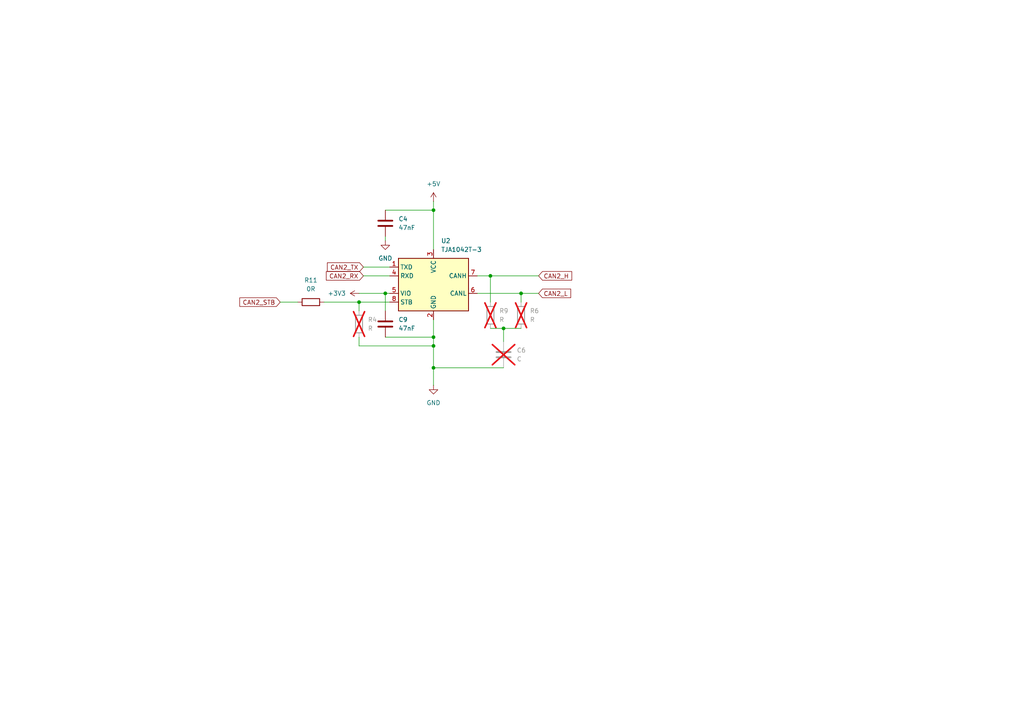
<source format=kicad_sch>
(kicad_sch (version 20231120) (generator "eeschema") (generator_version "8.0")
  (paper "A4")
  (lib_symbols
    (symbol "Device:C" (pin_numbers hide) (pin_names (offset 0.254))
      (property "Reference" "C" (at 0.635 2.54 0))
      (property "Value" "C" (at 0.635 -2.54 0))
      (symbol "C_0_1"
        (polyline (pts (xy -2.032 -0.762) (xy 2.032 -0.762)) (stroke (width 0.508)))
        (polyline (pts (xy -2.032 0.762) (xy 2.032 0.762)) (stroke (width 0.508)))
      )
      (symbol "C_1_1"
        (pin passive line (at 0 3.81 270) (length 2.794) (name "~") (number "1"))
        (pin passive line (at 0 -3.81 90) (length 2.794) (name "~") (number "2"))
      )
    )
    (symbol "Device:R" (pin_numbers hide) (pin_names (offset 0))
      (property "Reference" "R" (at 2.032 0 90))
      (property "Value" "R" (at 0 0 90))
      (symbol "R_0_1"
        (rectangle (start -1.016 -2.54) (end 1.016 2.54) (stroke (width 0.254)))
      )
      (symbol "R_1_1"
        (pin passive line (at 0 3.81 270) (length 1.27) (name "~") (number "1"))
        (pin passive line (at 0 -3.81 90) (length 1.27) (name "~") (number "2"))
      )
    )
    (symbol "Interface_CAN_LIN:TJA1042T-3"
      (property "Reference" "U" (at -10.16 8.89 0))
      (property "Value" "TJA1042T-3" (at 1.27 8.89 0))
      (symbol "TJA1042T-3_0_1"
        (rectangle (start -10.16 7.62) (end 10.16 -7.62) (stroke (width 0.254)) (fill (type background)))
      )
      (symbol "TJA1042T-3_1_1"
        (pin input line (at -12.7 5.08 0) (length 2.54) (name "TXD") (number "1"))
        (pin power_in line (at 0 -10.16 90) (length 2.54) (name "GND") (number "2"))
        (pin power_in line (at 0 10.16 270) (length 2.54) (name "VCC") (number "3"))
        (pin output line (at -12.7 2.54 0) (length 2.54) (name "RXD") (number "4"))
        (pin power_in line (at -12.7 -2.54 0) (length 2.54) (name "VIO") (number "5"))
        (pin bidirectional line (at 12.7 -2.54 180) (length 2.54) (name "CANL") (number "6"))
        (pin bidirectional line (at 12.7 2.54 180) (length 2.54) (name "CANH") (number "7"))
        (pin input line (at -12.7 -5.08 0) (length 2.54) (name "STB") (number "8"))
      )
    )
    (symbol "power:+3V3" (power) (pin_numbers hide) (pin_names (offset 0) hide)
      (property "Value" "+3V3" (at 0 3.556 0))
      (symbol "+3V3_0_1"
        (polyline (pts (xy -0.762 1.27) (xy 0 2.54)))
        (polyline (pts (xy 0 0) (xy 0 2.54)))
        (polyline (pts (xy 0 2.54) (xy 0.762 1.27)))
      )
      (symbol "+3V3_1_1"
        (pin power_in line (at 0 0 90) (length 0) (name "~") (number "1"))
      )
    )
    (symbol "power:+5V" (power) (pin_numbers hide) (pin_names (offset 0) hide)
      (property "Value" "+5V" (at 0 3.556 0))
      (symbol "+5V_0_1"
        (polyline (pts (xy -0.762 1.27) (xy 0 2.54)))
        (polyline (pts (xy 0 0) (xy 0 2.54)))
        (polyline (pts (xy 0 2.54) (xy 0.762 1.27)))
      )
      (symbol "+5V_1_1"
        (pin power_in line (at 0 0 90) (length 0) (name "~") (number "1"))
      )
    )
    (symbol "power:GND" (power) (pin_numbers hide) (pin_names (offset 0) hide)
      (property "Value" "GND" (at 0 -3.81 0))
      (symbol "GND_0_1"
        (polyline (pts (xy 0 0) (xy 0 -1.27) (xy 1.27 -1.27) (xy 0 -2.54) (xy -1.27 -1.27) (xy 0 -1.27)))
      )
      (symbol "GND_1_1"
        (pin power_in line (at 0 0 270) (length 0) (name "~") (number "1"))
      )
    )
  )
  (junction (at 125.73 60.96))
  (junction (at 104.14 87.63))
  (junction (at 125.73 106.68))
  (junction (at 151.13 85.09))
  (junction (at 125.73 100.33))
  (junction (at 142.24 80.01))
  (junction (at 111.76 85.09))
  (junction (at 125.73 97.79))
  (junction (at 146.05 95.25))
  (wire (pts (xy 111.76 85.09) (xy 111.76 90.17)))
  (wire (pts (xy 138.43 85.09) (xy 151.13 85.09)))
  (wire (pts (xy 111.76 85.09) (xy 113.03 85.09)))
  (wire (pts (xy 125.73 92.71) (xy 125.73 97.79)))
  (wire (pts (xy 125.73 97.79) (xy 125.73 100.33)))
  (wire (pts (xy 138.43 80.01) (xy 142.24 80.01)))
  (wire (pts (xy 142.24 95.25) (xy 146.05 95.25)))
  (wire (pts (xy 125.73 106.68) (xy 125.73 111.76)))
  (wire (pts (xy 104.14 87.63) (xy 104.14 90.17)))
  (wire (pts (xy 105.41 80.01) (xy 113.03 80.01)))
  (wire (pts (xy 151.13 85.09) (xy 151.13 87.63)))
  (wire (pts (xy 81.28 87.63) (xy 86.36 87.63)))
  (wire (pts (xy 111.76 60.96) (xy 125.73 60.96)))
  (wire (pts (xy 111.76 97.79) (xy 125.73 97.79)))
  (wire (pts (xy 111.76 68.58) (xy 111.76 69.85)))
  (wire (pts (xy 104.14 87.63) (xy 113.03 87.63)))
  (wire (pts (xy 146.05 95.25) (xy 151.13 95.25)))
  (wire (pts (xy 93.98 87.63) (xy 104.14 87.63)))
  (wire (pts (xy 146.05 95.25) (xy 146.05 99.06)))
  (wire (pts (xy 125.73 106.68) (xy 146.05 106.68)))
  (wire (pts (xy 105.41 77.47) (xy 113.03 77.47)))
  (wire (pts (xy 142.24 80.01) (xy 142.24 87.63)))
  (wire (pts (xy 104.14 85.09) (xy 111.76 85.09)))
  (wire (pts (xy 125.73 100.33) (xy 125.73 106.68)))
  (wire (pts (xy 142.24 80.01) (xy 156.21 80.01)))
  (wire (pts (xy 125.73 58.42) (xy 125.73 60.96)))
  (wire (pts (xy 104.14 100.33) (xy 125.73 100.33)))
  (wire (pts (xy 125.73 60.96) (xy 125.73 72.39)))
  (wire (pts (xy 104.14 97.79) (xy 104.14 100.33)))
  (wire (pts (xy 151.13 85.09) (xy 156.21 85.09)))
  (global_label "CAN2_TX" (shape input) (at 105.41 77.47 180) (property "Intersheetrefs" "${INTERSHEET_REFS}" (effects (hide yes))))
  (global_label "CAN2_RX" (shape input) (at 105.41 80.01 180) (property "Intersheetrefs" "${INTERSHEET_REFS}" (effects (hide yes))))
  (global_label "CAN2_L" (shape input) (at 156.21 85.09 0) (property "Intersheetrefs" "${INTERSHEET_REFS}" (effects (hide yes))))
  (global_label "CAN2_STB" (shape input) (at 81.28 87.63 180) (property "Intersheetrefs" "${INTERSHEET_REFS}" (effects (hide yes))))
  (global_label "CAN2_H" (shape input) (at 156.21 80.01 0) (property "Intersheetrefs" "${INTERSHEET_REFS}" (effects (hide yes))))
  (symbol (lib_id "Device:R") (at 104.14 93.98 0) (unit 1) (dnp yes)
    (property "Reference" "R4" (at 106.68 92.7099 0) (effects (justify left)))
    (property "Value" "R" (at 106.68 95.2499 0) (effects (justify left)))
    (property "Footprint" "Resistor_SMD:R_1206_3216Metric_Pad1.30x1.75mm_HandSolder" (effects (hide yes)))
    (property "Description" "Resistor" (effects (hide yes)))
  )
  (symbol (lib_id "Device:C") (at 111.76 93.98 0) (unit 1)
    (property "Reference" "C9" (at 115.57 92.7099 0) (effects (justify left)))
    (property "Value" "47nF" (at 115.57 95.2499 0) (effects (justify left)))
    (property "Footprint" "Capacitor_SMD:C_1206_3216Metric_Pad1.33x1.80mm_HandSolder" (effects (hide yes)))
    (property "Description" "Unpolarized capacitor" (effects (hide yes)))
  )
  (symbol (lib_id "Device:C") (at 146.05 102.87 0) (unit 1) (dnp yes)
    (property "Reference" "C6" (at 149.86 101.5999 0) (effects (justify left)))
    (property "Value" "C" (at 149.86 104.1399 0) (effects (justify left)))
    (property "Footprint" "Capacitor_SMD:C_1206_3216Metric_Pad1.33x1.80mm_HandSolder" (effects (hide yes)))
    (property "Description" "Unpolarized capacitor" (effects (hide yes)))
  )
  (symbol (lib_id "Device:R") (at 90.17 87.63 90) (unit 1)
    (property "Reference" "R11" (at 90.17 81.28 90))
    (property "Value" "0R" (at 90.17 83.82 90))
    (property "Footprint" "Resistor_SMD:R_1206_3216Metric_Pad1.30x1.75mm_HandSolder" (effects (hide yes)))
    (property "Description" "Resistor" (effects (hide yes)))
  )
  (symbol (lib_id "power:GND") (at 111.76 69.85 0) (unit 1)
    (property "Reference" "#PWR0101" (effects (hide yes)))
    (property "Value" "GND" (at 111.76 74.93 0))
    (property "Description" "Power symbol creates a global label with name \"GND\" , ground" (effects (hide yes)))
  )
  (symbol (lib_id "power:+3V3") (at 104.14 85.09 90) (unit 1)
    (property "Reference" "#PWR017" (effects (hide yes)))
    (property "Value" "+3V3" (at 100.33 85.0899 90) (effects (justify left)))
    (property "Description" "Power symbol creates a global label with name \"+3V3\"" (effects (hide yes)))
  )
  (symbol (lib_id "Device:C") (at 111.76 64.77 0) (unit 1)
    (property "Reference" "C4" (at 115.57 63.4999 0) (effects (justify left)))
    (property "Value" "47nF" (at 115.57 66.0399 0) (effects (justify left)))
    (property "Footprint" "Capacitor_SMD:C_1206_3216Metric_Pad1.33x1.80mm_HandSolder" (effects (hide yes)))
    (property "Description" "Unpolarized capacitor" (effects (hide yes)))
  )
  (symbol (lib_id "Device:R") (at 151.13 91.44 0) (unit 1) (dnp yes)
    (property "Reference" "R6" (at 153.67 90.1699 0) (effects (justify left)))
    (property "Value" "R" (at 153.67 92.7099 0) (effects (justify left)))
    (property "Footprint" "Resistor_SMD:R_1206_3216Metric_Pad1.30x1.75mm_HandSolder" (effects (hide yes)))
    (property "Description" "Resistor" (effects (hide yes)))
  )
  (symbol (lib_id "power:GND") (at 125.73 111.76 0) (unit 1)
    (property "Reference" "#PWR020" (effects (hide yes)))
    (property "Value" "GND" (at 125.73 116.84 0))
    (property "Description" "Power symbol creates a global label with name \"GND\" , ground" (effects (hide yes)))
  )
  (symbol (lib_id "Interface_CAN_LIN:TJA1042T-3") (at 125.73 82.55 0) (unit 1)
    (property "Reference" "U2" (at 127.9241 69.85 0) (effects (justify left)))
    (property "Value" "TJA1042T-3" (at 127.9241 72.39 0) (effects (justify left)))
    (property "Footprint" "Package_SO:SOIC-8_3.9x4.9mm_P1.27mm" (effects (hide yes)))
    (property "Datasheet" "http://www.nxp.com/docs/en/data-sheet/TJA1042.pdf" (effects (hide yes)))
    (property "Description" "High-Speed CAN Transceiver, separate VIO, standby mode, SOIC-8" (effects (hide yes)))
  )
  (symbol (lib_id "Device:R") (at 142.24 91.44 0) (unit 1) (dnp yes)
    (property "Reference" "R9" (at 144.78 90.1699 0) (effects (justify left)))
    (property "Value" "R" (at 144.78 92.7099 0) (effects (justify left)))
    (property "Footprint" "Resistor_SMD:R_1206_3216Metric_Pad1.30x1.75mm_HandSolder" (effects (hide yes)))
    (property "Description" "Resistor" (effects (hide yes)))
  )
  (symbol (lib_id "power:+5V") (at 125.73 58.42 0) (unit 1)
    (property "Reference" "#PWR019" (effects (hide yes)))
    (property "Value" "+5V" (at 125.73 53.34 0))
    (property "Description" "Power symbol creates a global label with name \"+5V\"" (effects (hide yes)))
  )
)
</source>
